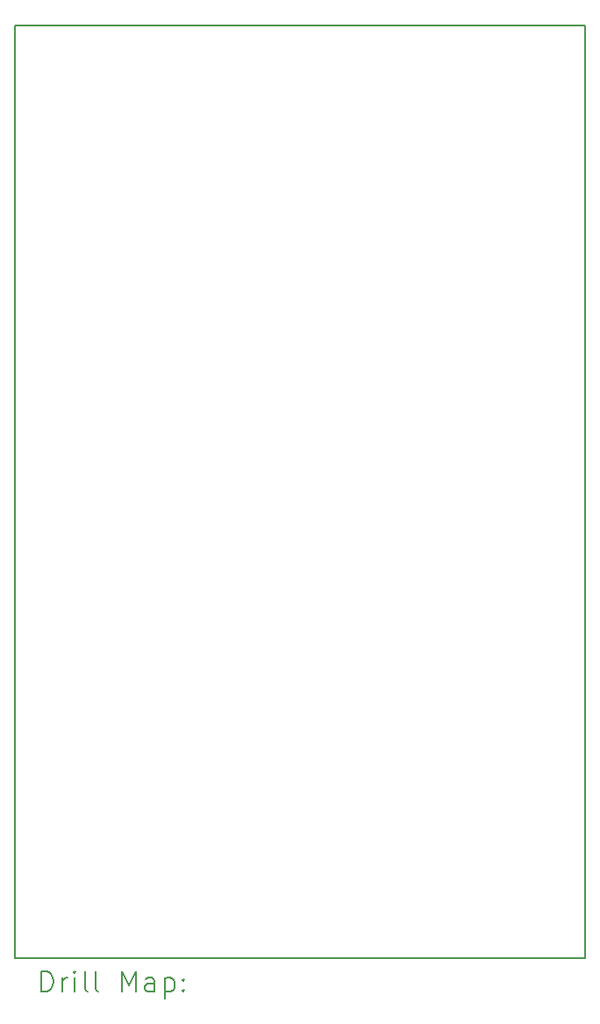
<source format=gbr>
%TF.GenerationSoftware,KiCad,Pcbnew,8.0.6*%
%TF.CreationDate,2024-12-29T09:41:23-05:00*%
%TF.ProjectId,Beagley-ai-3CAN,42656167-6c65-4792-9d61-692d3343414e,rev?*%
%TF.SameCoordinates,Original*%
%TF.FileFunction,Drillmap*%
%TF.FilePolarity,Positive*%
%FSLAX45Y45*%
G04 Gerber Fmt 4.5, Leading zero omitted, Abs format (unit mm)*
G04 Created by KiCad (PCBNEW 8.0.6) date 2024-12-29 09:41:23*
%MOMM*%
%LPD*%
G01*
G04 APERTURE LIST*
%ADD10C,0.150000*%
%ADD11C,0.200000*%
G04 APERTURE END LIST*
D10*
X12500000Y-14000000D02*
X12500000Y-5000000D01*
X18000000Y-14000000D02*
X12500000Y-14000000D01*
X18000000Y-5000000D02*
X12500000Y-5000000D01*
X18000000Y-5000000D02*
X18000000Y-14000000D01*
D11*
X12753277Y-14318984D02*
X12753277Y-14118984D01*
X12753277Y-14118984D02*
X12800896Y-14118984D01*
X12800896Y-14118984D02*
X12829467Y-14128508D01*
X12829467Y-14128508D02*
X12848515Y-14147555D01*
X12848515Y-14147555D02*
X12858039Y-14166603D01*
X12858039Y-14166603D02*
X12867562Y-14204698D01*
X12867562Y-14204698D02*
X12867562Y-14233269D01*
X12867562Y-14233269D02*
X12858039Y-14271365D01*
X12858039Y-14271365D02*
X12848515Y-14290412D01*
X12848515Y-14290412D02*
X12829467Y-14309460D01*
X12829467Y-14309460D02*
X12800896Y-14318984D01*
X12800896Y-14318984D02*
X12753277Y-14318984D01*
X12953277Y-14318984D02*
X12953277Y-14185650D01*
X12953277Y-14223746D02*
X12962801Y-14204698D01*
X12962801Y-14204698D02*
X12972324Y-14195174D01*
X12972324Y-14195174D02*
X12991372Y-14185650D01*
X12991372Y-14185650D02*
X13010420Y-14185650D01*
X13077086Y-14318984D02*
X13077086Y-14185650D01*
X13077086Y-14118984D02*
X13067562Y-14128508D01*
X13067562Y-14128508D02*
X13077086Y-14138031D01*
X13077086Y-14138031D02*
X13086610Y-14128508D01*
X13086610Y-14128508D02*
X13077086Y-14118984D01*
X13077086Y-14118984D02*
X13077086Y-14138031D01*
X13200896Y-14318984D02*
X13181848Y-14309460D01*
X13181848Y-14309460D02*
X13172324Y-14290412D01*
X13172324Y-14290412D02*
X13172324Y-14118984D01*
X13305658Y-14318984D02*
X13286610Y-14309460D01*
X13286610Y-14309460D02*
X13277086Y-14290412D01*
X13277086Y-14290412D02*
X13277086Y-14118984D01*
X13534229Y-14318984D02*
X13534229Y-14118984D01*
X13534229Y-14118984D02*
X13600896Y-14261841D01*
X13600896Y-14261841D02*
X13667562Y-14118984D01*
X13667562Y-14118984D02*
X13667562Y-14318984D01*
X13848515Y-14318984D02*
X13848515Y-14214222D01*
X13848515Y-14214222D02*
X13838991Y-14195174D01*
X13838991Y-14195174D02*
X13819943Y-14185650D01*
X13819943Y-14185650D02*
X13781848Y-14185650D01*
X13781848Y-14185650D02*
X13762801Y-14195174D01*
X13848515Y-14309460D02*
X13829467Y-14318984D01*
X13829467Y-14318984D02*
X13781848Y-14318984D01*
X13781848Y-14318984D02*
X13762801Y-14309460D01*
X13762801Y-14309460D02*
X13753277Y-14290412D01*
X13753277Y-14290412D02*
X13753277Y-14271365D01*
X13753277Y-14271365D02*
X13762801Y-14252317D01*
X13762801Y-14252317D02*
X13781848Y-14242793D01*
X13781848Y-14242793D02*
X13829467Y-14242793D01*
X13829467Y-14242793D02*
X13848515Y-14233269D01*
X13943753Y-14185650D02*
X13943753Y-14385650D01*
X13943753Y-14195174D02*
X13962801Y-14185650D01*
X13962801Y-14185650D02*
X14000896Y-14185650D01*
X14000896Y-14185650D02*
X14019943Y-14195174D01*
X14019943Y-14195174D02*
X14029467Y-14204698D01*
X14029467Y-14204698D02*
X14038991Y-14223746D01*
X14038991Y-14223746D02*
X14038991Y-14280888D01*
X14038991Y-14280888D02*
X14029467Y-14299936D01*
X14029467Y-14299936D02*
X14019943Y-14309460D01*
X14019943Y-14309460D02*
X14000896Y-14318984D01*
X14000896Y-14318984D02*
X13962801Y-14318984D01*
X13962801Y-14318984D02*
X13943753Y-14309460D01*
X14124705Y-14299936D02*
X14134229Y-14309460D01*
X14134229Y-14309460D02*
X14124705Y-14318984D01*
X14124705Y-14318984D02*
X14115182Y-14309460D01*
X14115182Y-14309460D02*
X14124705Y-14299936D01*
X14124705Y-14299936D02*
X14124705Y-14318984D01*
X14124705Y-14195174D02*
X14134229Y-14204698D01*
X14134229Y-14204698D02*
X14124705Y-14214222D01*
X14124705Y-14214222D02*
X14115182Y-14204698D01*
X14115182Y-14204698D02*
X14124705Y-14195174D01*
X14124705Y-14195174D02*
X14124705Y-14214222D01*
M02*

</source>
